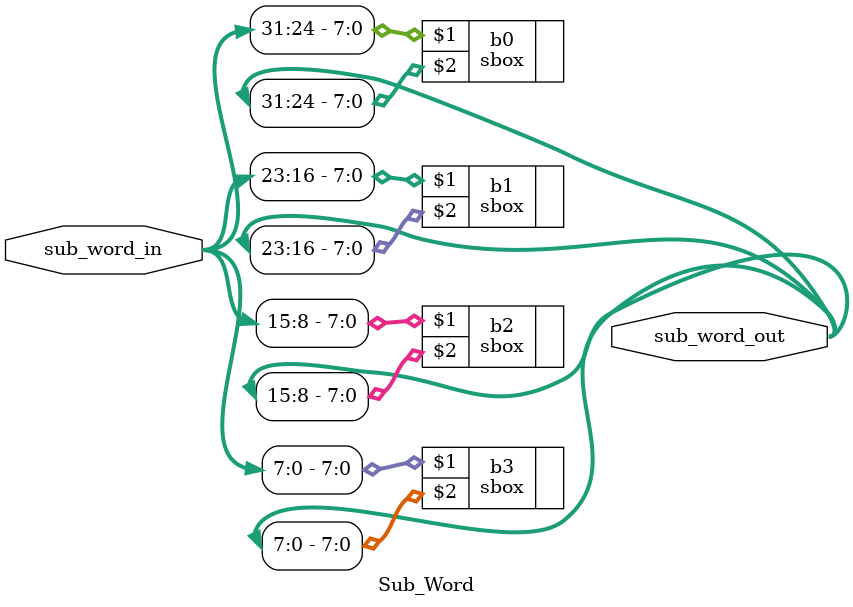
<source format=v>
`timescale 1ns / 1ps

module Sub_Word(
                 input [31:0] sub_word_in,
                 output [31:0] sub_word_out
                );
    
 sbox b0 (sub_word_in[31:24],sub_word_out[31:24]);
 sbox b1 (sub_word_in[23:16],sub_word_out[23:16]);
 sbox b2 (sub_word_in[15:8],sub_word_out[15:8]);
 sbox b3 (sub_word_in[7:0],sub_word_out[7:0]);


    
endmodule

</source>
